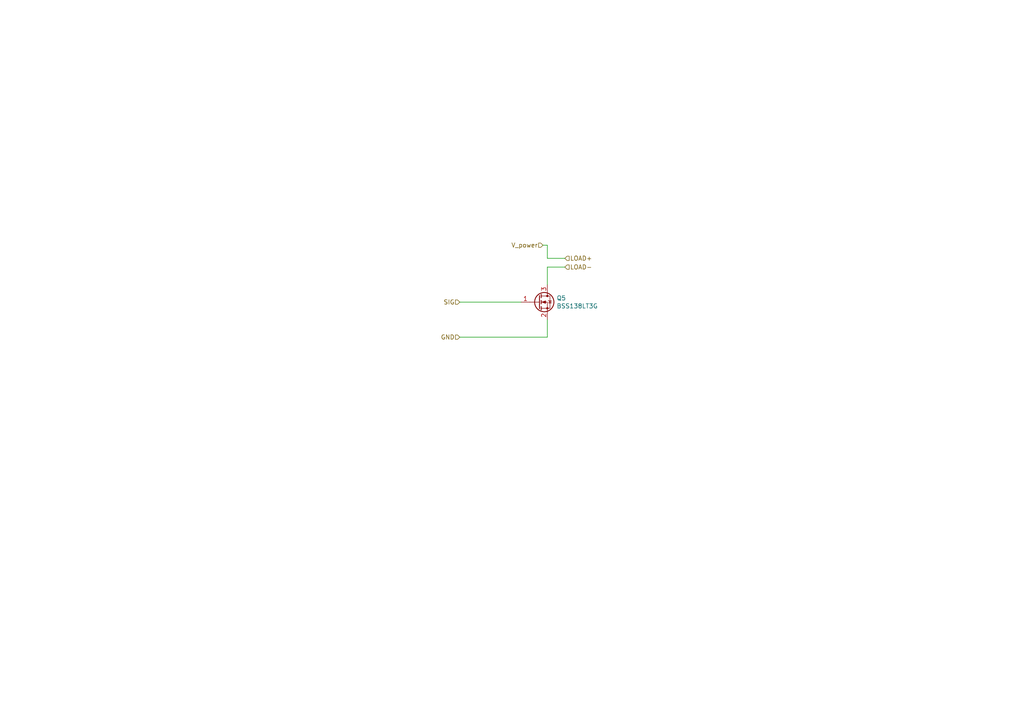
<source format=kicad_sch>
(kicad_sch (version 20211123) (generator eeschema)
  (paper "A4")
  (lib_symbols
    (symbol "Device:Q_NMOS_GSD" (pin_names (offset 0) hide)
      (property "Reference" "Q" (at 5.08 1.27 0))
      (property "Value" "Q_NMOS_GSD" (at 5.08 -1.27 0))
      (symbol "Q_NMOS_GSD_0_1"
        (polyline (pts (xy 0.254 0) (xy -2.54 0)))
        (polyline (pts (xy 0.254 1.905) (xy 0.254 -1.905)) (stroke (width 0.254)))
        (polyline (pts (xy 0.762 -1.27) (xy 0.762 -2.286)) (stroke (width 0.254)))
        (polyline (pts (xy 0.762 0.508) (xy 0.762 -0.508)) (stroke (width 0.254)))
        (polyline (pts (xy 0.762 2.286) (xy 0.762 1.27)) (stroke (width 0.254)))
        (polyline (pts (xy 2.54 2.54) (xy 2.54 1.778)))
        (polyline (pts (xy 2.54 -2.54) (xy 2.54 0) (xy 0.762 0)))
        (polyline (pts (xy 0.762 -1.778) (xy 3.302 -1.778) (xy 3.302 1.778) (xy 0.762 1.778)))
        (polyline (pts (xy 1.016 0) (xy 2.032 0.381) (xy 2.032 -0.381) (xy 1.016 0)) (fill (type outline)))
        (polyline (pts (xy 2.794 0.508) (xy 2.921 0.381) (xy 3.683 0.381) (xy 3.81 0.254)))
        (polyline (pts (xy 3.302 0.381) (xy 2.921 -0.254) (xy 3.683 -0.254) (xy 3.302 0.381)))
        (circle (center 1.651 0) (radius 2.794) (stroke (width 0.254)))
        (circle (center 2.54 -1.778) (radius 0.254) (fill (type outline)))
        (circle (center 2.54 1.778) (radius 0.254) (fill (type outline)))
      )
      (symbol "Q_NMOS_GSD_1_1"
        (pin input line (at -5.08 0 0) (length 2.54) (name "G") (number "1"))
        (pin passive line (at 2.54 -5.08 90) (length 2.54) (name "S") (number "2"))
        (pin passive line (at 2.54 5.08 270) (length 2.54) (name "D") (number "3"))
      )
    )
  )
  (wire (pts (xy 133.35 87.63) (xy 151.13 87.63)))
  (wire (pts (xy 133.35 97.79) (xy 158.75 97.79)))
  (wire (pts (xy 158.75 77.47) (xy 158.75 82.55)))
  (wire (pts (xy 158.75 74.93) (xy 158.75 71.12)))
  (wire (pts (xy 158.75 97.79) (xy 158.75 92.71)))
  (wire (pts (xy 158.75 71.12) (xy 157.48 71.12)))
  (wire (pts (xy 163.83 74.93) (xy 158.75 74.93)))
  (wire (pts (xy 163.83 77.47) (xy 158.75 77.47)))
  (hierarchical_label "SIG" (shape input) (at 133.35 87.63 180))
  (hierarchical_label "GND" (shape input) (at 133.35 97.79 180))
  (hierarchical_label "LOAD+" (shape input) (at 163.83 74.93 0))
  (hierarchical_label "LOAD-" (shape input) (at 163.83 77.47 0))
  (hierarchical_label "V_power" (shape input) (at 157.48 71.12 180))
  (symbol (lib_id "Device:Q_NMOS_GSD") (at 156.21 87.63 0) (unit 1)
    (property "Reference" "Q5" (at 161.417 86.4616 0) (effects (justify left)))
    (property "Value" "BSS138LT3G" (at 161.417 88.773 0) (effects (justify left)))
    (property "Footprint" "Package_TO_SOT_SMD:SC-59" (effects hide))
  )
)
</source>
